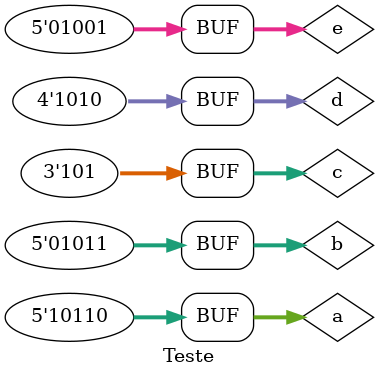
<source format=v>


 module Teste;
// ------------------------- definir dados 
reg [4:0] a; 
reg [4:0] b; 
reg [2:0] c; 
reg [3:0] d; 
reg [4:0] e; 
// ------------------------- parte principal 
initial begin 
$display("Exercicio003 - Fabio Fiuza Pereira - 406087"); 
$display("Test number system"); 
a = ~(6'b101010)+1; 
b = ~(5'o25)+1; 
c = ~(27)+1;
d = ~(9'h26)+1;
e = ~(25 - 35); 
 
$display("\nPositive value"); 
$display("a =", a); 
$display("b =", b); 
$display("c =", c); 
$display("d =", d); 
$display("e =", e); 

 
end 
endmodule // test_base 
</source>
